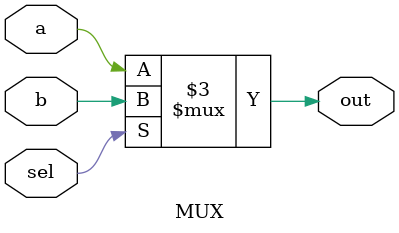
<source format=v>
`timescale 1ns / 1ps
module MUX(a, b, sel, out
    );
input a,b, sel;
output out;
reg out;
always@(a or b or sel)
begin
	if(sel) out = b;
	else out = a;
end

endmodule

</source>
